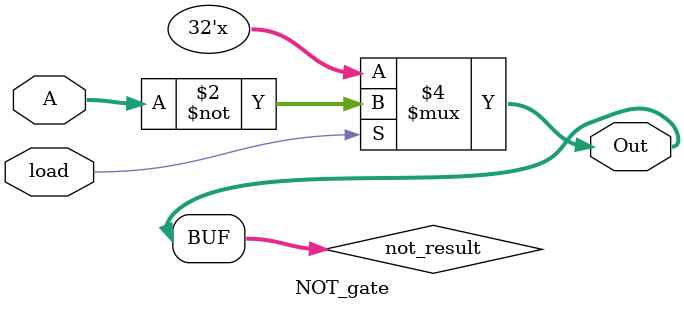
<source format=sv>
module NOT_gate #(parameter WIDTH=32)(
  input [WIDTH-1:0] A,   
    input load,       
  output [WIDTH-1:0] Out 
);

  reg [WIDTH-1:0] not_result;

always @* begin
    if (load) begin
        not_result = ~A;
    end
end

assign Out = not_result;

endmodule

</source>
